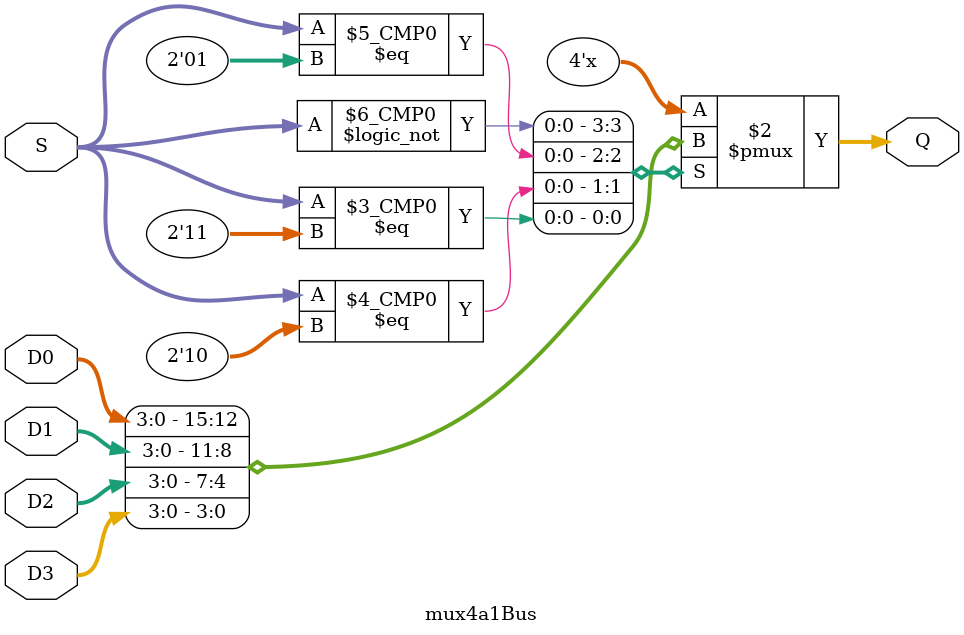
<source format=v>
`timescale 1ns/1ps

module mux4a1Bus(
    input [3:0] D0, D1, D2, D3,
    input [1:0] S,
    output reg [3:0] Q);

always @ (*) begin
    case(S)
        2'b00: Q = D0;
        2'b01: Q = D1;
        2'b10: Q = D2;
        2'b11: Q = D3;
    endcase
end

endmodule

</source>
